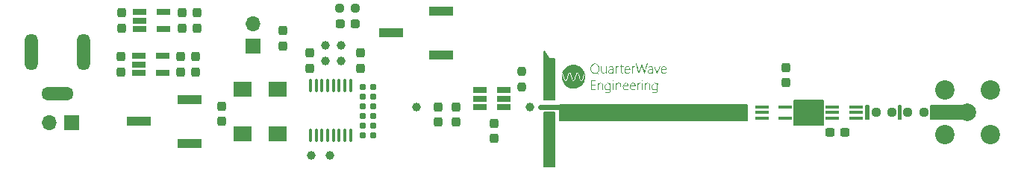
<source format=gts>
%TF.GenerationSoftware,KiCad,Pcbnew,(6.0.2)*%
%TF.CreationDate,2022-05-29T22:25:13-07:00*%
%TF.ProjectId,peregrine,70657265-6772-4696-9e65-2e6b69636164,3*%
%TF.SameCoordinates,Original*%
%TF.FileFunction,Soldermask,Top*%
%TF.FilePolarity,Negative*%
%FSLAX46Y46*%
G04 Gerber Fmt 4.6, Leading zero omitted, Abs format (unit mm)*
G04 Created by KiCad (PCBNEW (6.0.2)) date 2022-05-29 22:25:13*
%MOMM*%
%LPD*%
G01*
G04 APERTURE LIST*
G04 Aperture macros list*
%AMRoundRect*
0 Rectangle with rounded corners*
0 $1 Rounding radius*
0 $2 $3 $4 $5 $6 $7 $8 $9 X,Y pos of 4 corners*
0 Add a 4 corners polygon primitive as box body*
4,1,4,$2,$3,$4,$5,$6,$7,$8,$9,$2,$3,0*
0 Add four circle primitives for the rounded corners*
1,1,$1+$1,$2,$3*
1,1,$1+$1,$4,$5*
1,1,$1+$1,$6,$7*
1,1,$1+$1,$8,$9*
0 Add four rect primitives between the rounded corners*
20,1,$1+$1,$2,$3,$4,$5,0*
20,1,$1+$1,$4,$5,$6,$7,0*
20,1,$1+$1,$6,$7,$8,$9,0*
20,1,$1+$1,$8,$9,$2,$3,0*%
G04 Aperture macros list end*
%ADD10C,0.150000*%
%ADD11C,0.610000*%
%ADD12RoundRect,0.160000X0.197500X0.160000X-0.197500X0.160000X-0.197500X-0.160000X0.197500X-0.160000X0*%
%ADD13R,1.560000X0.650000*%
%ADD14RoundRect,0.237500X-0.237500X0.300000X-0.237500X-0.300000X0.237500X-0.300000X0.237500X0.300000X0*%
%ADD15RoundRect,0.237500X0.237500X-0.250000X0.237500X0.250000X-0.237500X0.250000X-0.237500X-0.250000X0*%
%ADD16RoundRect,0.237500X-0.250000X-0.237500X0.250000X-0.237500X0.250000X0.237500X-0.250000X0.237500X0*%
%ADD17R,2.000000X1.800000*%
%ADD18C,1.000000*%
%ADD19RoundRect,0.100000X0.100000X-0.637500X0.100000X0.637500X-0.100000X0.637500X-0.100000X-0.637500X0*%
%ADD20R,2.700000X1.000000*%
%ADD21RoundRect,0.237500X0.250000X0.237500X-0.250000X0.237500X-0.250000X-0.237500X0.250000X-0.237500X0*%
%ADD22R,1.700000X1.700000*%
%ADD23O,1.700000X1.700000*%
%ADD24RoundRect,0.237500X0.237500X-0.300000X0.237500X0.300000X-0.237500X0.300000X-0.237500X-0.300000X0*%
%ADD25C,2.000000*%
%ADD26C,2.200000*%
%ADD27R,1.500000X0.400000*%
%ADD28RoundRect,0.237500X0.300000X0.237500X-0.300000X0.237500X-0.300000X-0.237500X0.300000X-0.237500X0*%
%ADD29RoundRect,0.237500X0.287500X0.237500X-0.287500X0.237500X-0.287500X-0.237500X0.287500X-0.237500X0*%
%ADD30O,1.500000X4.150000*%
%ADD31O,3.650000X1.500000*%
G04 APERTURE END LIST*
D10*
X194000000Y-107763575D02*
X194300000Y-107763575D01*
X194300000Y-107763575D02*
X194300000Y-109363575D01*
X194300000Y-109363575D02*
X194000000Y-109363575D01*
X194000000Y-109363575D02*
X194000000Y-107763575D01*
G36*
X194000000Y-107763575D02*
G01*
X194300000Y-107763575D01*
X194300000Y-109363575D01*
X194000000Y-109363575D01*
X194000000Y-107763575D01*
G37*
D11*
X155590000Y-107943575D02*
X153400000Y-107943575D01*
D10*
X190300000Y-107763575D02*
X190600000Y-107763575D01*
X190600000Y-107763575D02*
X190600000Y-109363575D01*
X190600000Y-109363575D02*
X190300000Y-109363575D01*
X190300000Y-109363575D02*
X190300000Y-107763575D01*
G36*
X190300000Y-107763575D02*
G01*
X190600000Y-107763575D01*
X190600000Y-109363575D01*
X190300000Y-109363575D01*
X190300000Y-107763575D01*
G37*
X197700000Y-107800000D02*
X201800000Y-107800000D01*
X201800000Y-107800000D02*
X201800000Y-109300000D01*
X201800000Y-109300000D02*
X197700000Y-109300000D01*
X197700000Y-109300000D02*
X197700000Y-107800000D01*
G36*
X197700000Y-107800000D02*
G01*
X201800000Y-107800000D01*
X201800000Y-109300000D01*
X197700000Y-109300000D01*
X197700000Y-107800000D01*
G37*
X154400000Y-102473575D02*
X155020000Y-102473575D01*
X155020000Y-102473575D02*
X155020000Y-107143575D01*
X155020000Y-107143575D02*
X153770000Y-107143575D01*
X153770000Y-107143575D02*
X153770000Y-101633575D01*
X153770000Y-101633575D02*
X154400000Y-102473575D01*
G36*
X154400000Y-102473575D02*
G01*
X155020000Y-102473575D01*
X155020000Y-107143575D01*
X153770000Y-107143575D01*
X153770000Y-101633575D01*
X154400000Y-102473575D01*
G37*
X154400000Y-102473575D02*
X155020000Y-102473575D01*
X155020000Y-107143575D01*
X153770000Y-107143575D01*
X153770000Y-101633575D01*
X154400000Y-102473575D01*
X185500000Y-110013575D02*
X182200000Y-110013575D01*
X182200000Y-110013575D02*
X182200000Y-107213575D01*
X182200000Y-107213575D02*
X185500000Y-107213575D01*
X185500000Y-107213575D02*
X185500000Y-110013575D01*
G36*
X185500000Y-110013575D02*
G01*
X182200000Y-110013575D01*
X182200000Y-107213575D01*
X185500000Y-107213575D01*
X185500000Y-110013575D01*
G37*
X182700000Y-107213575D02*
X182700000Y-107213575D01*
X182700000Y-107213575D02*
X182700000Y-107213575D01*
X182700000Y-107213575D02*
X182700000Y-107213575D01*
X182700000Y-107213575D02*
X182700000Y-107213575D01*
X155030000Y-114713575D02*
X153770000Y-114713575D01*
X153770000Y-114713575D02*
X153770000Y-108583575D01*
X153770000Y-108583575D02*
X155030000Y-108583575D01*
X155030000Y-108583575D02*
X155030000Y-114713575D01*
G36*
X155030000Y-114713575D02*
G01*
X153770000Y-114713575D01*
X153770000Y-108583575D01*
X155030000Y-108583575D01*
X155030000Y-114713575D01*
G37*
X155030000Y-114713575D02*
X153770000Y-114713575D01*
X153770000Y-108583575D01*
X155030000Y-108583575D01*
X155030000Y-114713575D01*
X155600000Y-107713575D02*
X176800000Y-107713575D01*
X176800000Y-107713575D02*
X176800000Y-109513575D01*
X176800000Y-109513575D02*
X155600000Y-109513575D01*
X155600000Y-109513575D02*
X155600000Y-107713575D01*
G36*
X155600000Y-107713575D02*
G01*
X176800000Y-107713575D01*
X176800000Y-109513575D01*
X155600000Y-109513575D01*
X155600000Y-107713575D01*
G37*
%TO.C,G\u002A\u002A\u002A*%
G36*
X166969099Y-103331886D02*
G01*
X166978300Y-103340549D01*
X166972028Y-103360057D01*
X166954422Y-103407426D01*
X166927299Y-103477964D01*
X166892472Y-103566981D01*
X166851759Y-103669785D01*
X166823754Y-103739892D01*
X166772642Y-103866204D01*
X166732109Y-103963155D01*
X166700440Y-104034268D01*
X166675917Y-104083067D01*
X166656826Y-104113075D01*
X166641451Y-104127815D01*
X166633390Y-104130783D01*
X166620777Y-104129243D01*
X166607367Y-104118400D01*
X166591367Y-104094558D01*
X166570983Y-104054018D01*
X166544419Y-103993086D01*
X166509883Y-103908062D01*
X166465579Y-103795251D01*
X166445641Y-103743890D01*
X166403135Y-103633681D01*
X166365216Y-103534407D01*
X166333634Y-103450731D01*
X166310140Y-103387315D01*
X166296484Y-103348821D01*
X166293711Y-103339295D01*
X166308675Y-103329709D01*
X166334860Y-103326844D01*
X166349481Y-103329337D01*
X166363556Y-103339532D01*
X166379077Y-103361504D01*
X166398033Y-103399327D01*
X166422417Y-103457077D01*
X166454219Y-103538827D01*
X166495429Y-103648652D01*
X166506008Y-103677126D01*
X166544443Y-103779041D01*
X166578925Y-103867335D01*
X166607627Y-103937591D01*
X166628726Y-103985393D01*
X166640395Y-104006322D01*
X166641994Y-104006255D01*
X166649808Y-103983979D01*
X166668100Y-103934217D01*
X166694879Y-103862305D01*
X166728160Y-103773578D01*
X166765953Y-103673371D01*
X166772534Y-103655973D01*
X166815491Y-103543353D01*
X166848560Y-103459558D01*
X166873836Y-103400414D01*
X166893415Y-103361746D01*
X166909389Y-103339379D01*
X166923855Y-103329141D01*
X166937692Y-103326844D01*
X166969099Y-103331886D01*
G37*
G36*
X160351215Y-105232743D02*
G01*
X160396259Y-105258123D01*
X160431432Y-105288653D01*
X160458038Y-105326828D01*
X160477170Y-105377586D01*
X160489919Y-105445867D01*
X160497378Y-105536608D01*
X160500637Y-105654749D01*
X160501036Y-105732037D01*
X160500852Y-105840688D01*
X160499914Y-105919138D01*
X160497643Y-105972293D01*
X160493463Y-106005059D01*
X160486796Y-106022341D01*
X160477063Y-106029046D01*
X160465929Y-106030092D01*
X160452264Y-106028325D01*
X160442695Y-106019495D01*
X160436495Y-105998311D01*
X160432936Y-105959478D01*
X160431293Y-105897705D01*
X160430836Y-105807699D01*
X160430822Y-105774562D01*
X160428234Y-105626629D01*
X160419523Y-105510178D01*
X160403266Y-105421898D01*
X160378041Y-105358481D01*
X160342426Y-105316615D01*
X160294998Y-105292993D01*
X160234336Y-105284303D01*
X160220052Y-105284066D01*
X160132751Y-105297635D01*
X160061781Y-105340110D01*
X160002789Y-105414140D01*
X160000760Y-105417552D01*
X159987027Y-105445079D01*
X159977025Y-105478015D01*
X159969988Y-105522650D01*
X159965147Y-105585272D01*
X159961733Y-105672169D01*
X159959722Y-105753623D01*
X159957224Y-105857865D01*
X159954436Y-105932069D01*
X159950635Y-105981299D01*
X159945096Y-106010623D01*
X159937097Y-106025105D01*
X159925913Y-106029812D01*
X159920227Y-106030092D01*
X159909492Y-106028537D01*
X159901327Y-106021063D01*
X159895379Y-106003460D01*
X159891300Y-105971514D01*
X159888739Y-105921015D01*
X159887346Y-105847750D01*
X159886770Y-105747507D01*
X159886662Y-105626360D01*
X159886770Y-105497335D01*
X159887339Y-105399196D01*
X159888736Y-105327723D01*
X159891328Y-105278695D01*
X159895482Y-105247893D01*
X159901565Y-105231095D01*
X159909943Y-105224081D01*
X159920985Y-105222630D01*
X159921769Y-105222628D01*
X159944660Y-105228459D01*
X159954831Y-105252075D01*
X159956876Y-105293453D01*
X159956876Y-105364278D01*
X160011140Y-105302475D01*
X160082326Y-105246306D01*
X160169321Y-105215203D01*
X160262245Y-105210302D01*
X160351215Y-105232743D01*
G37*
G36*
X167095916Y-103542655D02*
G01*
X167138349Y-103469076D01*
X167176817Y-103424445D01*
X167264682Y-103353618D01*
X167358110Y-103317014D01*
X167455663Y-103314920D01*
X167555907Y-103347620D01*
X167558236Y-103348786D01*
X167632315Y-103405430D01*
X167687085Y-103489570D01*
X167720893Y-103598357D01*
X167727261Y-103639960D01*
X167737993Y-103730576D01*
X167149369Y-103730576D01*
X167157928Y-103819651D01*
X167182115Y-103916850D01*
X167230878Y-103992600D01*
X167299410Y-104044671D01*
X167382908Y-104070833D01*
X167476566Y-104068854D01*
X167575580Y-104036506D01*
X167598929Y-104024355D01*
X167682655Y-103977560D01*
X167677160Y-104025215D01*
X167655940Y-104067050D01*
X167607794Y-104102001D01*
X167540568Y-104128037D01*
X167462106Y-104143125D01*
X167380253Y-104145235D01*
X167302853Y-104132333D01*
X167285487Y-104126659D01*
X167198049Y-104076910D01*
X167131563Y-104000567D01*
X167087501Y-103900244D01*
X167067335Y-103778555D01*
X167066165Y-103737316D01*
X167071048Y-103660361D01*
X167150029Y-103660361D01*
X167397682Y-103660361D01*
X167495249Y-103660168D01*
X167563101Y-103659032D01*
X167606633Y-103656118D01*
X167631237Y-103650590D01*
X167642307Y-103641615D01*
X167645235Y-103628357D01*
X167645335Y-103622020D01*
X167637822Y-103583093D01*
X167618926Y-103530490D01*
X167609452Y-103509553D01*
X167560012Y-103439866D01*
X167496946Y-103398160D01*
X167425980Y-103383124D01*
X167352839Y-103393447D01*
X167283248Y-103427816D01*
X167222930Y-103484920D01*
X167177612Y-103563447D01*
X167161929Y-103612089D01*
X167150029Y-103660361D01*
X167071048Y-103660361D01*
X167073059Y-103628662D01*
X167095916Y-103542655D01*
G37*
G36*
X162618576Y-103114784D02*
G01*
X162623737Y-103140549D01*
X162624991Y-103192534D01*
X162625017Y-103213311D01*
X162625017Y-103326844D01*
X162730338Y-103326844D01*
X162789162Y-103328125D01*
X162820948Y-103333752D01*
X162833723Y-103346401D01*
X162835660Y-103361951D01*
X162831817Y-103381559D01*
X162814935Y-103392154D01*
X162776987Y-103396413D01*
X162730338Y-103397058D01*
X162625017Y-103397058D01*
X162625017Y-103704245D01*
X162625292Y-103815876D01*
X162626487Y-103897821D01*
X162629158Y-103955500D01*
X162633862Y-103994335D01*
X162641153Y-104019744D01*
X162651588Y-104037148D01*
X162660124Y-104046540D01*
X162698251Y-104074819D01*
X162739839Y-104079233D01*
X162790633Y-104064528D01*
X162823154Y-104055678D01*
X162834644Y-104067100D01*
X162835660Y-104082516D01*
X162820337Y-104117799D01*
X162780075Y-104140343D01*
X162723428Y-104147919D01*
X162658954Y-104138298D01*
X162642361Y-104132852D01*
X162610760Y-104118505D01*
X162586805Y-104098676D01*
X162569328Y-104068621D01*
X162557164Y-104023596D01*
X162549147Y-103958856D01*
X162544110Y-103869656D01*
X162540887Y-103751253D01*
X162540243Y-103717411D01*
X162534461Y-103397058D01*
X162465641Y-103397058D01*
X162420263Y-103393985D01*
X162400458Y-103381626D01*
X162396821Y-103361951D01*
X162402793Y-103338870D01*
X162426859Y-103328749D01*
X162466159Y-103326844D01*
X162535497Y-103326844D01*
X162540762Y-103227843D01*
X162545940Y-103169269D01*
X162556085Y-103136146D01*
X162574994Y-103118839D01*
X162585521Y-103114311D01*
X162606755Y-103108338D01*
X162618576Y-103114784D01*
G37*
G36*
X165543580Y-103014516D02*
G01*
X165550971Y-103031059D01*
X165546010Y-103050375D01*
X165537972Y-103076670D01*
X165521368Y-103132158D01*
X165497528Y-103212348D01*
X165467784Y-103312751D01*
X165433468Y-103428877D01*
X165395910Y-103556236D01*
X165380754Y-103607701D01*
X165337097Y-103755217D01*
X165301759Y-103872384D01*
X165273499Y-103962635D01*
X165251078Y-104029401D01*
X165233255Y-104076114D01*
X165218790Y-104106206D01*
X165206442Y-104123110D01*
X165194971Y-104130257D01*
X165191644Y-104130993D01*
X165163311Y-104126605D01*
X165144732Y-104097699D01*
X165138525Y-104078332D01*
X165110317Y-103979982D01*
X165078665Y-103871842D01*
X165045147Y-103759073D01*
X165011343Y-103646833D01*
X164978831Y-103540281D01*
X164949191Y-103444577D01*
X164924000Y-103364879D01*
X164904839Y-103306347D01*
X164893285Y-103274140D01*
X164891055Y-103269676D01*
X164882733Y-103282081D01*
X164865625Y-103323836D01*
X164841222Y-103390724D01*
X164811014Y-103478525D01*
X164776492Y-103583021D01*
X164740608Y-103695350D01*
X164697172Y-103832192D01*
X164662313Y-103938711D01*
X164634733Y-104018274D01*
X164613135Y-104074248D01*
X164596223Y-104110000D01*
X164582699Y-104128897D01*
X164571493Y-104134308D01*
X164540892Y-104127817D01*
X164532611Y-104121142D01*
X164525901Y-104101823D01*
X164510711Y-104053828D01*
X164488542Y-103982141D01*
X164460893Y-103891745D01*
X164429263Y-103787625D01*
X164395153Y-103674763D01*
X164360060Y-103558144D01*
X164325486Y-103442750D01*
X164292929Y-103333567D01*
X164263889Y-103235576D01*
X164239865Y-103153762D01*
X164222357Y-103093108D01*
X164212865Y-103058598D01*
X164212657Y-103057769D01*
X164207001Y-103023064D01*
X164220122Y-103012106D01*
X164249192Y-103013885D01*
X164263734Y-103016434D01*
X164276370Y-103022789D01*
X164288534Y-103036674D01*
X164301658Y-103061812D01*
X164317177Y-103101925D01*
X164336522Y-103160739D01*
X164361129Y-103241975D01*
X164392429Y-103349358D01*
X164431856Y-103486610D01*
X164433860Y-103493603D01*
X164469167Y-103614662D01*
X164501801Y-103722474D01*
X164530466Y-103813074D01*
X164553863Y-103882497D01*
X164570694Y-103926776D01*
X164579661Y-103941945D01*
X164580365Y-103941218D01*
X164588234Y-103917935D01*
X164604940Y-103865789D01*
X164629008Y-103789480D01*
X164658964Y-103693702D01*
X164693332Y-103583154D01*
X164729176Y-103467272D01*
X164774413Y-103323428D01*
X164813556Y-103204631D01*
X164845888Y-103112878D01*
X164870693Y-103050167D01*
X164887253Y-103018496D01*
X164891526Y-103014940D01*
X164902302Y-103023963D01*
X164917772Y-103055872D01*
X164938678Y-103112863D01*
X164965761Y-103197134D01*
X164999764Y-103310881D01*
X165041428Y-103456299D01*
X165045668Y-103471333D01*
X165080242Y-103593089D01*
X165112183Y-103703748D01*
X165140148Y-103798807D01*
X165162797Y-103873764D01*
X165178788Y-103924117D01*
X165186781Y-103945362D01*
X165186939Y-103945572D01*
X165194330Y-103932826D01*
X165209567Y-103890315D01*
X165231374Y-103822173D01*
X165258476Y-103732535D01*
X165289596Y-103625537D01*
X165323459Y-103505313D01*
X165329107Y-103484903D01*
X165459917Y-103011104D01*
X165509372Y-103010992D01*
X165543580Y-103014516D01*
G37*
G36*
X160360608Y-103607346D02*
G01*
X160361547Y-103726047D01*
X160364667Y-103815420D01*
X160370422Y-103881202D01*
X160379268Y-103929131D01*
X160388303Y-103957064D01*
X160429787Y-104021572D01*
X160487758Y-104060730D01*
X160555561Y-104075591D01*
X160626542Y-104067204D01*
X160694047Y-104036622D01*
X160751422Y-103984895D01*
X160792011Y-103913076D01*
X160798724Y-103892221D01*
X160805357Y-103850870D01*
X160810911Y-103782995D01*
X160814892Y-103697172D01*
X160816805Y-103601979D01*
X160816903Y-103576982D01*
X160817194Y-103478735D01*
X160818479Y-103410245D01*
X160821511Y-103366165D01*
X160827042Y-103341146D01*
X160835826Y-103329841D01*
X160848615Y-103326900D01*
X160852108Y-103326844D01*
X160863327Y-103328087D01*
X160871861Y-103334632D01*
X160878076Y-103350697D01*
X160882339Y-103380504D01*
X160885018Y-103428273D01*
X160886478Y-103498226D01*
X160887088Y-103594581D01*
X160887214Y-103721560D01*
X160887215Y-103730576D01*
X160887107Y-103859601D01*
X160886537Y-103957740D01*
X160885140Y-104029213D01*
X160882549Y-104078241D01*
X160878395Y-104109043D01*
X160872312Y-104125841D01*
X160863933Y-104132855D01*
X160852892Y-104134305D01*
X160852108Y-104134308D01*
X160828529Y-104127948D01*
X160818552Y-104102674D01*
X160817000Y-104068661D01*
X160817000Y-104003015D01*
X160770601Y-104053054D01*
X160690916Y-104115737D01*
X160599042Y-104145642D01*
X160496035Y-104142504D01*
X160454219Y-104132600D01*
X160387491Y-104095824D01*
X160333518Y-104031001D01*
X160297058Y-103944268D01*
X160291958Y-103923313D01*
X160284927Y-103872655D01*
X160279060Y-103796331D01*
X160274883Y-103703778D01*
X160272922Y-103604433D01*
X160272840Y-103580506D01*
X160272840Y-103326844D01*
X160360608Y-103326844D01*
X160360608Y-103607346D01*
G37*
G36*
X164107993Y-103316775D02*
G01*
X164141413Y-103336736D01*
X164152177Y-103369537D01*
X164149097Y-103397625D01*
X164132975Y-103402667D01*
X164101838Y-103392561D01*
X164042901Y-103387844D01*
X163982852Y-103413591D01*
X163928194Y-103465995D01*
X163899362Y-103511156D01*
X163884969Y-103542612D01*
X163874538Y-103577889D01*
X163867263Y-103623557D01*
X163862343Y-103686188D01*
X163858971Y-103772350D01*
X163856947Y-103857839D01*
X163851350Y-104134308D01*
X163765998Y-104134308D01*
X163765998Y-103326844D01*
X163809882Y-103326844D01*
X163839328Y-103331301D01*
X163851554Y-103351513D01*
X163853766Y-103389628D01*
X163853766Y-103452412D01*
X163898224Y-103399577D01*
X163946841Y-103356282D01*
X164003088Y-103327449D01*
X164059345Y-103313980D01*
X164107993Y-103316775D01*
G37*
G36*
X164738569Y-105216769D02*
G01*
X164763201Y-105246880D01*
X164766551Y-105269008D01*
X164762828Y-105298650D01*
X164745308Y-105299584D01*
X164730415Y-105292291D01*
X164673064Y-105279577D01*
X164613316Y-105296529D01*
X164556759Y-105338628D01*
X164508983Y-105401353D01*
X164475578Y-105480184D01*
X164469892Y-105502965D01*
X164462234Y-105556710D01*
X164456013Y-105634697D01*
X164451910Y-105726072D01*
X164450587Y-105811536D01*
X164450265Y-105902387D01*
X164448687Y-105963846D01*
X164444935Y-106001628D01*
X164438091Y-106021446D01*
X164427238Y-106029015D01*
X164415480Y-106030092D01*
X164404260Y-106028848D01*
X164395727Y-106022304D01*
X164389512Y-106006239D01*
X164385248Y-105976432D01*
X164382570Y-105928662D01*
X164381109Y-105858710D01*
X164380499Y-105762355D01*
X164380373Y-105635376D01*
X164380373Y-105626360D01*
X164380481Y-105497335D01*
X164381050Y-105399196D01*
X164382447Y-105327723D01*
X164385039Y-105278695D01*
X164389193Y-105247893D01*
X164395276Y-105231095D01*
X164403654Y-105224081D01*
X164414696Y-105222630D01*
X164415480Y-105222628D01*
X164437926Y-105228149D01*
X164448239Y-105250760D01*
X164450703Y-105297231D01*
X164450818Y-105371833D01*
X164485475Y-105319173D01*
X164529963Y-105269150D01*
X164584554Y-105232643D01*
X164642209Y-105210906D01*
X164695893Y-105205196D01*
X164738569Y-105216769D01*
G37*
G36*
X161669484Y-104915947D02*
G01*
X161699429Y-104942102D01*
X161706320Y-104983348D01*
X161704076Y-104992475D01*
X161679750Y-105020046D01*
X161640599Y-105031023D01*
X161604619Y-105020973D01*
X161601059Y-105017837D01*
X161587900Y-104983622D01*
X161596352Y-104943858D01*
X161621985Y-104916541D01*
X161626421Y-104914820D01*
X161669484Y-104915947D01*
G37*
G36*
X159640912Y-104994432D02*
G01*
X159202073Y-104994432D01*
X159202073Y-105433271D01*
X159403939Y-105433271D01*
X159490673Y-105433643D01*
X159548241Y-105435449D01*
X159582583Y-105439721D01*
X159599640Y-105447492D01*
X159605349Y-105459795D01*
X159605805Y-105468378D01*
X159603664Y-105483462D01*
X159593282Y-105493474D01*
X159568718Y-105499447D01*
X159524035Y-105502413D01*
X159453291Y-105503406D01*
X159403939Y-105503485D01*
X159202073Y-105503485D01*
X159202073Y-105942324D01*
X159658465Y-105942324D01*
X159658465Y-106030092D01*
X159114305Y-106030092D01*
X159114305Y-104906664D01*
X159640912Y-104906664D01*
X159640912Y-104994432D01*
G37*
G36*
X164958704Y-104915144D02*
G01*
X164988636Y-104938385D01*
X164994777Y-104972798D01*
X164979309Y-105005941D01*
X164944418Y-105025372D01*
X164939205Y-105026171D01*
X164900327Y-105022307D01*
X164880695Y-104994557D01*
X164880352Y-104993495D01*
X164881045Y-104949551D01*
X164907070Y-104919464D01*
X164948923Y-104912739D01*
X164958704Y-104915144D01*
G37*
G36*
X162247316Y-103316775D02*
G01*
X162280736Y-103336736D01*
X162291499Y-103369537D01*
X162288420Y-103397625D01*
X162272298Y-103402667D01*
X162241161Y-103392561D01*
X162182223Y-103387844D01*
X162122175Y-103413591D01*
X162067517Y-103465995D01*
X162038685Y-103511156D01*
X162024292Y-103542612D01*
X162013860Y-103577889D01*
X162006586Y-103623557D01*
X162001665Y-103686188D01*
X161998294Y-103772350D01*
X161996269Y-103857839D01*
X161990673Y-104134308D01*
X161905321Y-104134308D01*
X161905321Y-103326844D01*
X161949205Y-103326844D01*
X161978650Y-103331301D01*
X161990877Y-103351513D01*
X161993089Y-103389628D01*
X161993089Y-103452412D01*
X162037547Y-103399577D01*
X162086164Y-103356282D01*
X162142410Y-103327449D01*
X162198668Y-103313980D01*
X162247316Y-103316775D01*
G37*
G36*
X162785811Y-105403048D02*
G01*
X162849932Y-105313723D01*
X162853255Y-105310355D01*
X162938138Y-105246344D01*
X163028638Y-105213489D01*
X163119530Y-105209555D01*
X163205589Y-105232306D01*
X163281589Y-105279506D01*
X163342307Y-105348920D01*
X163382516Y-105438314D01*
X163396988Y-105542981D01*
X163397374Y-105626360D01*
X162813619Y-105626360D01*
X162825391Y-105700963D01*
X162853157Y-105804268D01*
X162901033Y-105881273D01*
X162971667Y-105936135D01*
X162977105Y-105939031D01*
X163055375Y-105967555D01*
X163134807Y-105969187D01*
X163223166Y-105943387D01*
X163276635Y-105918218D01*
X163362266Y-105873791D01*
X163362266Y-105917821D01*
X163355506Y-105948364D01*
X163330004Y-105972887D01*
X163281958Y-105997376D01*
X163193574Y-106025769D01*
X163097689Y-106039411D01*
X163008602Y-106036986D01*
X162962780Y-106026746D01*
X162918207Y-106002615D01*
X162866488Y-105961970D01*
X162837522Y-105933535D01*
X162776858Y-105843208D01*
X162741558Y-105736910D01*
X162731420Y-105622727D01*
X162740076Y-105556146D01*
X162820557Y-105556146D01*
X163326282Y-105556146D01*
X163315437Y-105499097D01*
X163283941Y-105403106D01*
X163232855Y-105333579D01*
X163165373Y-105292540D01*
X163084691Y-105282013D01*
X163002357Y-105300710D01*
X162924523Y-105348714D01*
X162866481Y-105425340D01*
X162835838Y-105502862D01*
X162820557Y-105556146D01*
X162740076Y-105556146D01*
X162746239Y-105508745D01*
X162785811Y-105403048D01*
G37*
G36*
X159078253Y-103422895D02*
G01*
X159103207Y-103323059D01*
X159113495Y-103296528D01*
X159164983Y-103210057D01*
X159238197Y-103127809D01*
X159321844Y-103061213D01*
X159374280Y-103032669D01*
X159450057Y-103011833D01*
X159545172Y-103002784D01*
X159645964Y-103005322D01*
X159738774Y-103019246D01*
X159799091Y-103038904D01*
X159905629Y-103107067D01*
X159992412Y-103203468D01*
X160042692Y-103291630D01*
X160064278Y-103343078D01*
X160077693Y-103391564D01*
X160084774Y-103448227D01*
X160087355Y-103524207D01*
X160087539Y-103563817D01*
X160086381Y-103649975D01*
X160081584Y-103712523D01*
X160071161Y-103762919D01*
X160053126Y-103812621D01*
X160038844Y-103844674D01*
X160002353Y-103912283D01*
X159958933Y-103976973D01*
X159928820Y-104013001D01*
X159867491Y-104076007D01*
X159991174Y-104170036D01*
X160046174Y-104212408D01*
X160088602Y-104246162D01*
X160112126Y-104266209D01*
X160114858Y-104269401D01*
X160099294Y-104272784D01*
X160060548Y-104274624D01*
X160046660Y-104274736D01*
X160001592Y-104269704D01*
X159957953Y-104251128D01*
X159904841Y-104213787D01*
X159883647Y-104196678D01*
X159788831Y-104118620D01*
X159672942Y-104138471D01*
X159535962Y-104146281D01*
X159409127Y-104123153D01*
X159296328Y-104071585D01*
X159201457Y-103994073D01*
X159128407Y-103893113D01*
X159081070Y-103771203D01*
X159077589Y-103756573D01*
X159064349Y-103653691D01*
X159064824Y-103559777D01*
X159151796Y-103559777D01*
X159152983Y-103624435D01*
X159174076Y-103756453D01*
X159219687Y-103869128D01*
X159287732Y-103959215D01*
X159376132Y-104023469D01*
X159421492Y-104042914D01*
X159493422Y-104057809D01*
X159581985Y-104061846D01*
X159670384Y-104054890D01*
X159716757Y-104045274D01*
X159810073Y-104001851D01*
X159887398Y-103930120D01*
X159946241Y-103834178D01*
X159984113Y-103718124D01*
X159998524Y-103586056D01*
X159998572Y-103581370D01*
X159993317Y-103459206D01*
X159974025Y-103362100D01*
X159938289Y-103281989D01*
X159890106Y-103217784D01*
X159802906Y-103141788D01*
X159704342Y-103097240D01*
X159588552Y-103081560D01*
X159580628Y-103081480D01*
X159460958Y-103096571D01*
X159357798Y-103141028D01*
X159273224Y-103212214D01*
X159209315Y-103307493D01*
X159168146Y-103424226D01*
X159151796Y-103559777D01*
X159064824Y-103559777D01*
X159064935Y-103537786D01*
X159078253Y-103422895D01*
G37*
G36*
X157360168Y-103185163D02*
G01*
X157568539Y-103233108D01*
X157762271Y-103311254D01*
X157938992Y-103418164D01*
X158096330Y-103552396D01*
X158231911Y-103712510D01*
X158343364Y-103897066D01*
X158345205Y-103900744D01*
X158416932Y-104044581D01*
X158370999Y-104099169D01*
X158340596Y-104149255D01*
X158305352Y-104232348D01*
X158265852Y-104346769D01*
X158222683Y-104490840D01*
X158182491Y-104639402D01*
X158146365Y-104755713D01*
X158107992Y-104837049D01*
X158068168Y-104883410D01*
X158027687Y-104894796D01*
X157987344Y-104871207D01*
X157947936Y-104812642D01*
X157910257Y-104719103D01*
X157887032Y-104639402D01*
X157844125Y-104479664D01*
X157806221Y-104351175D01*
X157772104Y-104250632D01*
X157740558Y-104174730D01*
X157710369Y-104120168D01*
X157683699Y-104086922D01*
X157629544Y-104043508D01*
X157581080Y-104031964D01*
X157530660Y-104051686D01*
X157502859Y-104072635D01*
X157470852Y-104106511D01*
X157440794Y-104154520D01*
X157410943Y-104220953D01*
X157379558Y-104310103D01*
X157344897Y-104426263D01*
X157315599Y-104534085D01*
X157283432Y-104651731D01*
X157256368Y-104740012D01*
X157232424Y-104803947D01*
X157209622Y-104848558D01*
X157185981Y-104878865D01*
X157176018Y-104887964D01*
X157137302Y-104902497D01*
X157098551Y-104882846D01*
X157060438Y-104829928D01*
X157023636Y-104744660D01*
X156990966Y-104636308D01*
X156948028Y-104476495D01*
X156910011Y-104347990D01*
X156875712Y-104247530D01*
X156843929Y-104171854D01*
X156813459Y-104117699D01*
X156788468Y-104086922D01*
X156734312Y-104043508D01*
X156685849Y-104031964D01*
X156635429Y-104051686D01*
X156607627Y-104072635D01*
X156575660Y-104106456D01*
X156545642Y-104154367D01*
X156515831Y-104220660D01*
X156484487Y-104309627D01*
X156449868Y-104425560D01*
X156420210Y-104534676D01*
X156391120Y-104642587D01*
X156367797Y-104722397D01*
X156347959Y-104780179D01*
X156329324Y-104822004D01*
X156309611Y-104853945D01*
X156291983Y-104875945D01*
X156255190Y-104903497D01*
X156219272Y-104896814D01*
X156195028Y-104875303D01*
X156164078Y-104830154D01*
X156134175Y-104762554D01*
X156103591Y-104668024D01*
X156078098Y-104572508D01*
X156037221Y-104420411D01*
X155997036Y-104292383D01*
X155958646Y-104191489D01*
X155923160Y-104120796D01*
X155906753Y-104097615D01*
X155862128Y-104044581D01*
X155933855Y-103900744D01*
X156044834Y-103715744D01*
X156179985Y-103555159D01*
X156336937Y-103420429D01*
X156513318Y-103312995D01*
X156706753Y-103234297D01*
X156914873Y-103185774D01*
X157135303Y-103168868D01*
X157139530Y-103168862D01*
X157360168Y-103185163D01*
G37*
G36*
X160695232Y-105502055D02*
G01*
X160711257Y-105453533D01*
X160738163Y-105400056D01*
X160805249Y-105307136D01*
X160887989Y-105245207D01*
X160988042Y-105213064D01*
X160997505Y-105211652D01*
X161076849Y-105211530D01*
X161156258Y-105229246D01*
X161223821Y-105260939D01*
X161264646Y-105298211D01*
X161282648Y-105321659D01*
X161289708Y-105317633D01*
X161290946Y-105282430D01*
X161290946Y-105279195D01*
X161294853Y-105239863D01*
X161312271Y-105224641D01*
X161336358Y-105222628D01*
X161381770Y-105222628D01*
X161375854Y-105674632D01*
X161373909Y-105812988D01*
X161371856Y-105921018D01*
X161369274Y-106003502D01*
X161365743Y-106065221D01*
X161360842Y-106110955D01*
X161354151Y-106145484D01*
X161345250Y-106173588D01*
X161333718Y-106200047D01*
X161328756Y-106210264D01*
X161271116Y-106292744D01*
X161191114Y-106349840D01*
X161087028Y-106382574D01*
X161025300Y-106390133D01*
X160964461Y-106393379D01*
X160917286Y-106393835D01*
X160895991Y-106391794D01*
X160869397Y-106383115D01*
X160823477Y-106368889D01*
X160803835Y-106362931D01*
X160755800Y-106344796D01*
X160733856Y-106323923D01*
X160729233Y-106297900D01*
X160736261Y-106267055D01*
X160751175Y-106264555D01*
X160880530Y-106306550D01*
X160996357Y-106319906D01*
X161096313Y-106305767D01*
X161178054Y-106265277D01*
X161239238Y-106199580D01*
X161277522Y-106109820D01*
X161290561Y-106001107D01*
X161290946Y-105910685D01*
X161236695Y-105961364D01*
X161157042Y-106013225D01*
X161061020Y-106040103D01*
X160964351Y-106039508D01*
X160864926Y-106008889D01*
X160786480Y-105950779D01*
X160729912Y-105866483D01*
X160696122Y-105757307D01*
X160685927Y-105635137D01*
X160687291Y-105579284D01*
X160765238Y-105579284D01*
X160765968Y-105680918D01*
X160784854Y-105777888D01*
X160820313Y-105859017D01*
X160841374Y-105887513D01*
X160909589Y-105940886D01*
X160990471Y-105968009D01*
X161074465Y-105967669D01*
X161152019Y-105938651D01*
X161166552Y-105928831D01*
X161223925Y-105878203D01*
X161261375Y-105822023D01*
X161282403Y-105751682D01*
X161290510Y-105658571D01*
X161290946Y-105622892D01*
X161287265Y-105521389D01*
X161274465Y-105446506D01*
X161249908Y-105390362D01*
X161210959Y-105345074D01*
X161192972Y-105329961D01*
X161117829Y-105290988D01*
X161036303Y-105282062D01*
X160955101Y-105300652D01*
X160880928Y-105344228D01*
X160820489Y-105410260D01*
X160784247Y-105484163D01*
X160765238Y-105579284D01*
X160687291Y-105579284D01*
X160687811Y-105557988D01*
X160695232Y-105502055D01*
G37*
G36*
X164953306Y-105223872D02*
G01*
X164961840Y-105230416D01*
X164968055Y-105246481D01*
X164972319Y-105276289D01*
X164974997Y-105324058D01*
X164976458Y-105394010D01*
X164977068Y-105490365D01*
X164977194Y-105617344D01*
X164977194Y-105626360D01*
X164977086Y-105755386D01*
X164976517Y-105853525D01*
X164975120Y-105924998D01*
X164972528Y-105974025D01*
X164968374Y-106004827D01*
X164962291Y-106021625D01*
X164953912Y-106028639D01*
X164942871Y-106030090D01*
X164942087Y-106030092D01*
X164930867Y-106028848D01*
X164922333Y-106022304D01*
X164916118Y-106006239D01*
X164911855Y-105976432D01*
X164909177Y-105928662D01*
X164907716Y-105858710D01*
X164907106Y-105762355D01*
X164906980Y-105635376D01*
X164906980Y-105626360D01*
X164907088Y-105497335D01*
X164907657Y-105399196D01*
X164909054Y-105327723D01*
X164911646Y-105278695D01*
X164915800Y-105247893D01*
X164921882Y-105231095D01*
X164930261Y-105224081D01*
X164941303Y-105222630D01*
X164942087Y-105222628D01*
X164953306Y-105223872D01*
G37*
G36*
X162953276Y-103542655D02*
G01*
X162995709Y-103469076D01*
X163034177Y-103424445D01*
X163122042Y-103353618D01*
X163215470Y-103317014D01*
X163313024Y-103314920D01*
X163413267Y-103347620D01*
X163415596Y-103348786D01*
X163489675Y-103405430D01*
X163544446Y-103489570D01*
X163578253Y-103598357D01*
X163584621Y-103639960D01*
X163595353Y-103730576D01*
X163006729Y-103730576D01*
X163015288Y-103819651D01*
X163039475Y-103916850D01*
X163088238Y-103992600D01*
X163156770Y-104044671D01*
X163240268Y-104070833D01*
X163333926Y-104068854D01*
X163432940Y-104036506D01*
X163456289Y-104024355D01*
X163540015Y-103977560D01*
X163534520Y-104025215D01*
X163513300Y-104067050D01*
X163465154Y-104102001D01*
X163397928Y-104128037D01*
X163319466Y-104143125D01*
X163237613Y-104145235D01*
X163160213Y-104132333D01*
X163142847Y-104126659D01*
X163055409Y-104076910D01*
X162988923Y-104000567D01*
X162944861Y-103900244D01*
X162924695Y-103778555D01*
X162923525Y-103737316D01*
X162928408Y-103660361D01*
X163007389Y-103660361D01*
X163255042Y-103660361D01*
X163352609Y-103660168D01*
X163420461Y-103659032D01*
X163463993Y-103656118D01*
X163488597Y-103650590D01*
X163499667Y-103641615D01*
X163502595Y-103628357D01*
X163502695Y-103622020D01*
X163495182Y-103583093D01*
X163476286Y-103530490D01*
X163466812Y-103509553D01*
X163417372Y-103439866D01*
X163354306Y-103398160D01*
X163283341Y-103383124D01*
X163210199Y-103393447D01*
X163140608Y-103427816D01*
X163080290Y-103484920D01*
X163034972Y-103563447D01*
X163019289Y-103612089D01*
X163007389Y-103660361D01*
X162928408Y-103660361D01*
X162930419Y-103628662D01*
X162953276Y-103542655D01*
G37*
G36*
X165689202Y-105230786D02*
G01*
X165731585Y-105254724D01*
X165769611Y-105286260D01*
X165798347Y-105320187D01*
X165819206Y-105361940D01*
X165833601Y-105416953D01*
X165842946Y-105490663D01*
X165848653Y-105588502D01*
X165852137Y-105715907D01*
X165852188Y-105718516D01*
X165858282Y-106030092D01*
X165767104Y-106030092D01*
X165767104Y-105738723D01*
X165765800Y-105608193D01*
X165761052Y-105507971D01*
X165751604Y-105433327D01*
X165736201Y-105379529D01*
X165713588Y-105341846D01*
X165682509Y-105315548D01*
X165650545Y-105299460D01*
X165593634Y-105280192D01*
X165545865Y-105278649D01*
X165491826Y-105295714D01*
X165459914Y-105310398D01*
X165386514Y-105363768D01*
X165349050Y-105413721D01*
X165334327Y-105442789D01*
X165323917Y-105473431D01*
X165317087Y-105512210D01*
X165313100Y-105565691D01*
X165311221Y-105640439D01*
X165310715Y-105743016D01*
X165310712Y-105756013D01*
X165310712Y-106030092D01*
X165222944Y-106030092D01*
X165222944Y-105222628D01*
X165266828Y-105222628D01*
X165296743Y-105227359D01*
X165308809Y-105248481D01*
X165310712Y-105282715D01*
X165310712Y-105342803D01*
X165360598Y-105292916D01*
X165431457Y-105243492D01*
X165516948Y-105215931D01*
X165606415Y-105211330D01*
X165689202Y-105230786D01*
G37*
G36*
X157614790Y-104133100D02*
G01*
X157641310Y-104157956D01*
X157668189Y-104203325D01*
X157696910Y-104272430D01*
X157728959Y-104368498D01*
X157765819Y-104494751D01*
X157778931Y-104542269D01*
X157816171Y-104673503D01*
X157848577Y-104774679D01*
X157878160Y-104850174D01*
X157906933Y-104904363D01*
X157936911Y-104941622D01*
X157970104Y-104966326D01*
X157975299Y-104969123D01*
X158020708Y-104986812D01*
X158060341Y-104983491D01*
X158081119Y-104975854D01*
X158120167Y-104951142D01*
X158156187Y-104908654D01*
X158190974Y-104844714D01*
X158226324Y-104755647D01*
X158264031Y-104637776D01*
X158288866Y-104550490D01*
X158328679Y-104409444D01*
X158361658Y-104300950D01*
X158388425Y-104223252D01*
X158409602Y-104174595D01*
X158425812Y-104153224D01*
X158430168Y-104151861D01*
X158444512Y-104168419D01*
X158457691Y-104214115D01*
X158468855Y-104282981D01*
X158477155Y-104369048D01*
X158481742Y-104466349D01*
X158482377Y-104518542D01*
X158465818Y-104735702D01*
X158417491Y-104941475D01*
X158339420Y-105133249D01*
X158233627Y-105308411D01*
X158102137Y-105464348D01*
X157946974Y-105598448D01*
X157770161Y-105708098D01*
X157573723Y-105790685D01*
X157474628Y-105819552D01*
X157342156Y-105843092D01*
X157191338Y-105853862D01*
X157035894Y-105851882D01*
X156889547Y-105837168D01*
X156797235Y-105818630D01*
X156593069Y-105748654D01*
X156407533Y-105650392D01*
X156242670Y-105526497D01*
X156100522Y-105379624D01*
X155983133Y-105212428D01*
X155892546Y-105027562D01*
X155830803Y-104827683D01*
X155799947Y-104615443D01*
X155796683Y-104518542D01*
X155799040Y-104417802D01*
X155805546Y-104325241D01*
X155815352Y-104246829D01*
X155827606Y-104188534D01*
X155841460Y-104156323D01*
X155848892Y-104151861D01*
X155863761Y-104164891D01*
X155883487Y-104205096D01*
X155908663Y-104274152D01*
X155939885Y-104373733D01*
X155977748Y-104505513D01*
X155989023Y-104546235D01*
X156026389Y-104676853D01*
X156058914Y-104777435D01*
X156088630Y-104852372D01*
X156117572Y-104906056D01*
X156147773Y-104942876D01*
X156181266Y-104967225D01*
X156184836Y-104969123D01*
X156230245Y-104986812D01*
X156269878Y-104983491D01*
X156290656Y-104975854D01*
X156329532Y-104951316D01*
X156365347Y-104909214D01*
X156399889Y-104845866D01*
X156434942Y-104757590D01*
X156472295Y-104640706D01*
X156498958Y-104546525D01*
X156537806Y-104409300D01*
X156571293Y-104303277D01*
X156600899Y-104225224D01*
X156628108Y-104171907D01*
X156654400Y-104140096D01*
X156681256Y-104126557D01*
X156691914Y-104125531D01*
X156719559Y-104133100D01*
X156746079Y-104157956D01*
X156772957Y-104203325D01*
X156801679Y-104272430D01*
X156833727Y-104368498D01*
X156870587Y-104494751D01*
X156883699Y-104542269D01*
X156920940Y-104673503D01*
X156953345Y-104774679D01*
X156982928Y-104850174D01*
X157011702Y-104904363D01*
X157041679Y-104941622D01*
X157074873Y-104966326D01*
X157080067Y-104969123D01*
X157125477Y-104986812D01*
X157165109Y-104983491D01*
X157185887Y-104975854D01*
X157224763Y-104951316D01*
X157260579Y-104909214D01*
X157295120Y-104845866D01*
X157330174Y-104757590D01*
X157367526Y-104640706D01*
X157394190Y-104546525D01*
X157433038Y-104409300D01*
X157466524Y-104303277D01*
X157496131Y-104225224D01*
X157523340Y-104171907D01*
X157549631Y-104140096D01*
X157576488Y-104126557D01*
X157587146Y-104125531D01*
X157614790Y-104133100D01*
G37*
G36*
X161128715Y-103782695D02*
G01*
X161189608Y-103723374D01*
X161193369Y-103720862D01*
X161230266Y-103704769D01*
X161290463Y-103686782D01*
X161362539Y-103670194D01*
X161381825Y-103666515D01*
X161454659Y-103653193D01*
X161518388Y-103641419D01*
X161561817Y-103633264D01*
X161568667Y-103631941D01*
X161595806Y-103621984D01*
X161602476Y-103599525D01*
X161597272Y-103567557D01*
X161571578Y-103485233D01*
X161533869Y-103431143D01*
X161479604Y-103399220D01*
X161468631Y-103395628D01*
X161382401Y-103387580D01*
X161290757Y-103411394D01*
X161218023Y-103452155D01*
X161177634Y-103477951D01*
X161157586Y-103480369D01*
X161150962Y-103458160D01*
X161150518Y-103439955D01*
X161166624Y-103400673D01*
X161209679Y-103367300D01*
X161271785Y-103341460D01*
X161345046Y-103324779D01*
X161421565Y-103318882D01*
X161493446Y-103325395D01*
X161552792Y-103345943D01*
X161566073Y-103354422D01*
X161603004Y-103384861D01*
X161630815Y-103418294D01*
X161650764Y-103460029D01*
X161664109Y-103515371D01*
X161672107Y-103589626D01*
X161676016Y-103688101D01*
X161677095Y-103816102D01*
X161677098Y-103822732D01*
X161676937Y-103934168D01*
X161676072Y-104015297D01*
X161673964Y-104070918D01*
X161670070Y-104105830D01*
X161663852Y-104124832D01*
X161654768Y-104132725D01*
X161642278Y-104134307D01*
X161642018Y-104134308D01*
X161619563Y-104128774D01*
X161609225Y-104106126D01*
X161606716Y-104059705D01*
X161606521Y-103985102D01*
X161563151Y-104040118D01*
X161505435Y-104091324D01*
X161429094Y-104130706D01*
X161350375Y-104150501D01*
X161330087Y-104151476D01*
X161283687Y-104143894D01*
X161226825Y-104125470D01*
X161210624Y-104118595D01*
X161143819Y-104071367D01*
X161101898Y-104006605D01*
X161085188Y-103931868D01*
X161088404Y-103903766D01*
X161168072Y-103903766D01*
X161181944Y-103977866D01*
X161219954Y-104036433D01*
X161262106Y-104065037D01*
X161316546Y-104074449D01*
X161384626Y-104068498D01*
X161449646Y-104049485D01*
X161476186Y-104035542D01*
X161534956Y-103977774D01*
X161578197Y-103895613D01*
X161601222Y-103798057D01*
X161601564Y-103794861D01*
X161611300Y-103700529D01*
X161455512Y-103723950D01*
X161385054Y-103734396D01*
X161328320Y-103742533D01*
X161293869Y-103747147D01*
X161287905Y-103747750D01*
X161268156Y-103758315D01*
X161233510Y-103784162D01*
X161222079Y-103793574D01*
X161183436Y-103835279D01*
X161168995Y-103881842D01*
X161168072Y-103903766D01*
X161088404Y-103903766D01*
X161094018Y-103854713D01*
X161128715Y-103782695D01*
G37*
G36*
X162404982Y-105232743D02*
G01*
X162450025Y-105258123D01*
X162485198Y-105288653D01*
X162511804Y-105326828D01*
X162530936Y-105377586D01*
X162543685Y-105445867D01*
X162551144Y-105536608D01*
X162554404Y-105654749D01*
X162554803Y-105732037D01*
X162554618Y-105840688D01*
X162553680Y-105919138D01*
X162551410Y-105972293D01*
X162547230Y-106005059D01*
X162540562Y-106022341D01*
X162530829Y-106029046D01*
X162519696Y-106030092D01*
X162506030Y-106028325D01*
X162496461Y-106019495D01*
X162490261Y-105998311D01*
X162486703Y-105959478D01*
X162485059Y-105897705D01*
X162484603Y-105807699D01*
X162484589Y-105774562D01*
X162482001Y-105626629D01*
X162473289Y-105510178D01*
X162457032Y-105421898D01*
X162431807Y-105358481D01*
X162396192Y-105316615D01*
X162348765Y-105292993D01*
X162288103Y-105284303D01*
X162273819Y-105284066D01*
X162186518Y-105297635D01*
X162115548Y-105340110D01*
X162056556Y-105414140D01*
X162054526Y-105417552D01*
X162040793Y-105445079D01*
X162030792Y-105478015D01*
X162023754Y-105522650D01*
X162018913Y-105585272D01*
X162015500Y-105672169D01*
X162013489Y-105753623D01*
X162010990Y-105857865D01*
X162008202Y-105932069D01*
X162004401Y-105981299D01*
X161998863Y-106010623D01*
X161990863Y-106025105D01*
X161979679Y-106029812D01*
X161973993Y-106030092D01*
X161963259Y-106028537D01*
X161955093Y-106021063D01*
X161949146Y-106003460D01*
X161945067Y-105971514D01*
X161942505Y-105921015D01*
X161941112Y-105847750D01*
X161940537Y-105747507D01*
X161940428Y-105626360D01*
X161940536Y-105497335D01*
X161941105Y-105399196D01*
X161942502Y-105327723D01*
X161945094Y-105278695D01*
X161949248Y-105247893D01*
X161955331Y-105231095D01*
X161963710Y-105224081D01*
X161974751Y-105222630D01*
X161975535Y-105222628D01*
X161998426Y-105228459D01*
X162008597Y-105252075D01*
X162010642Y-105293453D01*
X162010642Y-105364278D01*
X162064907Y-105302475D01*
X162136092Y-105246306D01*
X162223088Y-105215203D01*
X162316011Y-105210302D01*
X162404982Y-105232743D01*
G37*
G36*
X163567651Y-105438439D02*
G01*
X163610084Y-105364860D01*
X163648551Y-105320230D01*
X163736416Y-105249402D01*
X163829844Y-105212799D01*
X163927398Y-105210704D01*
X164027641Y-105243405D01*
X164029971Y-105244570D01*
X164104050Y-105301214D01*
X164158820Y-105385354D01*
X164192628Y-105494141D01*
X164198995Y-105535744D01*
X164209727Y-105626360D01*
X163621103Y-105626360D01*
X163629662Y-105715435D01*
X163653850Y-105812634D01*
X163702612Y-105888384D01*
X163771145Y-105940455D01*
X163854642Y-105966617D01*
X163948301Y-105964639D01*
X164047315Y-105932291D01*
X164070663Y-105920140D01*
X164154389Y-105873345D01*
X164148895Y-105921000D01*
X164127675Y-105962834D01*
X164079529Y-105997786D01*
X164012303Y-106023821D01*
X163933841Y-106038910D01*
X163851987Y-106041019D01*
X163774588Y-106028118D01*
X163757222Y-106022443D01*
X163669784Y-105972694D01*
X163603298Y-105896351D01*
X163559236Y-105796028D01*
X163539070Y-105674339D01*
X163537900Y-105633100D01*
X163542783Y-105556146D01*
X163621764Y-105556146D01*
X163869417Y-105556146D01*
X163966983Y-105555953D01*
X164034836Y-105554816D01*
X164078368Y-105551902D01*
X164102972Y-105546375D01*
X164114042Y-105537399D01*
X164116970Y-105524141D01*
X164117070Y-105517804D01*
X164109557Y-105478877D01*
X164090661Y-105426274D01*
X164081186Y-105405338D01*
X164031746Y-105335650D01*
X163968681Y-105293945D01*
X163897715Y-105278909D01*
X163824574Y-105289231D01*
X163754982Y-105323600D01*
X163694665Y-105380704D01*
X163649346Y-105459231D01*
X163633663Y-105507874D01*
X163621764Y-105556146D01*
X163542783Y-105556146D01*
X163544794Y-105524447D01*
X163567651Y-105438439D01*
G37*
G36*
X166031514Y-105502055D02*
G01*
X166047539Y-105453533D01*
X166074445Y-105400056D01*
X166141531Y-105307136D01*
X166224271Y-105245207D01*
X166324324Y-105213064D01*
X166333787Y-105211652D01*
X166413131Y-105211530D01*
X166492540Y-105229246D01*
X166560103Y-105260939D01*
X166600928Y-105298211D01*
X166618930Y-105321659D01*
X166625990Y-105317633D01*
X166627228Y-105282430D01*
X166627228Y-105279195D01*
X166631135Y-105239863D01*
X166648553Y-105224641D01*
X166672640Y-105222628D01*
X166718052Y-105222628D01*
X166712136Y-105674632D01*
X166710191Y-105812988D01*
X166708138Y-105921018D01*
X166705556Y-106003502D01*
X166702025Y-106065221D01*
X166697124Y-106110955D01*
X166690433Y-106145484D01*
X166681532Y-106173588D01*
X166670000Y-106200047D01*
X166665038Y-106210264D01*
X166607398Y-106292744D01*
X166527396Y-106349840D01*
X166423310Y-106382574D01*
X166361582Y-106390133D01*
X166300743Y-106393379D01*
X166253568Y-106393835D01*
X166232273Y-106391794D01*
X166205679Y-106383115D01*
X166159759Y-106368889D01*
X166140117Y-106362931D01*
X166092082Y-106344796D01*
X166070138Y-106323923D01*
X166065515Y-106297900D01*
X166072543Y-106267055D01*
X166087457Y-106264555D01*
X166216812Y-106306550D01*
X166332639Y-106319906D01*
X166432595Y-106305767D01*
X166514336Y-106265277D01*
X166575520Y-106199580D01*
X166613804Y-106109820D01*
X166626843Y-106001107D01*
X166627228Y-105910685D01*
X166572977Y-105961364D01*
X166493324Y-106013225D01*
X166397302Y-106040103D01*
X166300633Y-106039508D01*
X166201208Y-106008889D01*
X166122762Y-105950779D01*
X166066194Y-105866483D01*
X166032404Y-105757307D01*
X166022209Y-105635137D01*
X166023573Y-105579284D01*
X166101520Y-105579284D01*
X166102250Y-105680918D01*
X166121136Y-105777888D01*
X166156595Y-105859017D01*
X166177656Y-105887513D01*
X166245871Y-105940886D01*
X166326752Y-105968009D01*
X166410747Y-105967669D01*
X166488301Y-105938651D01*
X166502834Y-105928831D01*
X166560207Y-105878203D01*
X166597657Y-105822023D01*
X166618685Y-105751682D01*
X166626792Y-105658571D01*
X166627228Y-105622892D01*
X166623547Y-105521389D01*
X166610747Y-105446506D01*
X166586190Y-105390362D01*
X166547241Y-105345074D01*
X166529254Y-105329961D01*
X166454111Y-105290988D01*
X166372585Y-105282062D01*
X166291383Y-105300652D01*
X166217210Y-105344228D01*
X166156771Y-105410260D01*
X166120529Y-105484163D01*
X166101520Y-105579284D01*
X166023573Y-105579284D01*
X166024093Y-105557988D01*
X166031514Y-105502055D01*
G37*
G36*
X165583753Y-103846325D02*
G01*
X165614935Y-103780674D01*
X165670507Y-103729917D01*
X165753419Y-103691722D01*
X165866618Y-103663756D01*
X165920700Y-103654960D01*
X166074291Y-103632721D01*
X166072687Y-103557568D01*
X166056953Y-103482241D01*
X166016620Y-103427686D01*
X165956544Y-103395571D01*
X165881578Y-103387560D01*
X165796576Y-103405320D01*
X165725766Y-103438522D01*
X165644229Y-103486306D01*
X165644229Y-103434357D01*
X165648280Y-103401579D01*
X165666077Y-103379239D01*
X165706086Y-103358797D01*
X165727609Y-103350238D01*
X165810087Y-103327878D01*
X165898069Y-103319315D01*
X165979802Y-103324575D01*
X166043533Y-103343683D01*
X166053624Y-103349520D01*
X166088983Y-103376039D01*
X166115896Y-103406569D01*
X166135613Y-103446196D01*
X166149385Y-103500001D01*
X166158462Y-103573071D01*
X166164094Y-103670489D01*
X166167532Y-103797339D01*
X166167842Y-103813955D01*
X166173624Y-104134308D01*
X166128346Y-104134308D01*
X166098366Y-104130268D01*
X166085650Y-104111340D01*
X166083068Y-104069427D01*
X166083068Y-104004546D01*
X166024881Y-104060943D01*
X165942144Y-104119571D01*
X165850071Y-104147562D01*
X165755428Y-104143526D01*
X165704178Y-104126910D01*
X165632249Y-104078419D01*
X165588059Y-104009440D01*
X165575342Y-103936787D01*
X165650321Y-103936787D01*
X165673157Y-103996198D01*
X165717590Y-104041488D01*
X165777232Y-104069158D01*
X165845693Y-104075711D01*
X165916585Y-104057649D01*
X165958697Y-104032748D01*
X166024103Y-103970530D01*
X166062578Y-103897536D01*
X166079465Y-103803608D01*
X166079499Y-103803144D01*
X166086981Y-103699704D01*
X165932024Y-103724518D01*
X165823592Y-103745990D01*
X165745647Y-103771873D01*
X165693630Y-103804514D01*
X165662981Y-103846256D01*
X165655473Y-103866752D01*
X165650321Y-103936787D01*
X165575342Y-103936787D01*
X165574015Y-103929203D01*
X165583753Y-103846325D01*
G37*
G36*
X161694678Y-106030092D02*
G01*
X161606911Y-106030092D01*
X161606911Y-105222628D01*
X161694678Y-105222628D01*
X161694678Y-106030092D01*
G37*
%TD*%
D12*
%TO.C,R2*%
X134397500Y-105713575D03*
X133202500Y-105713575D03*
%TD*%
%TO.C,R7*%
X134397500Y-111213575D03*
X133202500Y-111213575D03*
%TD*%
D13*
%TO.C,U4*%
X146500000Y-106050000D03*
X146500000Y-107000000D03*
X146500000Y-107950000D03*
X149200000Y-107950000D03*
X149200000Y-107000000D03*
X149200000Y-106050000D03*
%TD*%
D14*
%TO.C,C1*%
X105800000Y-102251075D03*
X105800000Y-103976075D03*
%TD*%
D13*
%TO.C,U1*%
X107850000Y-102163575D03*
X107850000Y-103113575D03*
X107850000Y-104063575D03*
X110550000Y-104063575D03*
X110550000Y-102163575D03*
%TD*%
%TO.C,U2*%
X107950000Y-97163575D03*
X107950000Y-98113575D03*
X107950000Y-99063575D03*
X110650000Y-99063575D03*
X110650000Y-97163575D03*
%TD*%
D15*
%TO.C,R8*%
X151300000Y-105712500D03*
X151300000Y-103887500D03*
%TD*%
D14*
%TO.C,C13*%
X143800000Y-107975000D03*
X143800000Y-109700000D03*
%TD*%
D16*
%TO.C,R1*%
X130600000Y-96713575D03*
X132425000Y-96713575D03*
%TD*%
D17*
%TO.C,X1*%
X119600000Y-105973575D03*
X119600000Y-111053575D03*
X123600000Y-111053575D03*
X123600000Y-105973575D03*
%TD*%
D18*
%TO.C,TP8*%
X128987551Y-102750637D03*
%TD*%
D14*
%TO.C,C6*%
X114400000Y-97251075D03*
X114400000Y-98976075D03*
%TD*%
D19*
%TO.C,U3*%
X127312551Y-111213137D03*
X127962551Y-111213137D03*
X128612551Y-111213137D03*
X129262551Y-111213137D03*
X129912551Y-111213137D03*
X130562551Y-111213137D03*
X131212551Y-111213137D03*
X131862551Y-111213137D03*
X131862551Y-105488137D03*
X131212551Y-105488137D03*
X130562551Y-105488137D03*
X129912551Y-105488137D03*
X129262551Y-105488137D03*
X128612551Y-105488137D03*
X127962551Y-105488137D03*
X127312551Y-105488137D03*
%TD*%
D20*
%TO.C,SW2*%
X142150000Y-102013575D03*
X136450000Y-99513575D03*
X142150000Y-97013575D03*
%TD*%
D21*
%TO.C,R9*%
X193275000Y-108569598D03*
X191450000Y-108569598D03*
%TD*%
D12*
%TO.C,R3*%
X134387551Y-106813575D03*
X133192551Y-106813575D03*
%TD*%
D14*
%TO.C,C3*%
X114300000Y-102251075D03*
X114300000Y-103976075D03*
%TD*%
D18*
%TO.C,TP5*%
X130787551Y-102750637D03*
%TD*%
D20*
%TO.C,SW1*%
X113550000Y-112113575D03*
X107850000Y-109613575D03*
X113550000Y-107113575D03*
%TD*%
D14*
%TO.C,C5*%
X112700000Y-97251075D03*
X112700000Y-98976075D03*
%TD*%
%TO.C,C7*%
X117200000Y-107851075D03*
X117200000Y-109576075D03*
%TD*%
D22*
%TO.C,J2*%
X100240000Y-109713575D03*
D23*
X97700000Y-109713575D03*
%TD*%
D14*
%TO.C,C2*%
X112600000Y-102251075D03*
X112600000Y-103976075D03*
%TD*%
D18*
%TO.C,TP9*%
X127387551Y-113450637D03*
%TD*%
D22*
%TO.C,J3*%
X120800000Y-101013575D03*
D23*
X120800000Y-98473575D03*
%TD*%
D24*
%TO.C,C10*%
X124200000Y-101001023D03*
X124200000Y-99276023D03*
%TD*%
D25*
%TO.C,J4*%
X201850000Y-108569598D03*
D26*
X199275000Y-105994598D03*
X199275000Y-111144598D03*
X204425000Y-111144598D03*
X204425000Y-105994598D03*
%TD*%
D24*
%TO.C,C8*%
X127187551Y-103550637D03*
X127187551Y-101825637D03*
%TD*%
D14*
%TO.C,C4*%
X105900000Y-97251075D03*
X105900000Y-98976075D03*
%TD*%
D21*
%TO.C,R10*%
X196875000Y-108569598D03*
X195050000Y-108569598D03*
%TD*%
D14*
%TO.C,C12*%
X141800000Y-107975000D03*
X141800000Y-109700000D03*
%TD*%
D18*
%TO.C,TP10*%
X129487551Y-113450637D03*
%TD*%
D12*
%TO.C,R5*%
X134387551Y-109013575D03*
X133192551Y-109013575D03*
%TD*%
D27*
%TO.C,U6*%
X186520000Y-107943575D03*
X186520000Y-108593575D03*
X186520000Y-109243575D03*
X189180000Y-109243575D03*
X189180000Y-108593575D03*
X189180000Y-107943575D03*
%TD*%
D24*
%TO.C,C9*%
X133000000Y-103550637D03*
X133000000Y-101825637D03*
%TD*%
D14*
%TO.C,C14*%
X181200000Y-103475000D03*
X181200000Y-105200000D03*
%TD*%
D28*
%TO.C,C15*%
X187962500Y-110869598D03*
X186237500Y-110869598D03*
%TD*%
D18*
%TO.C,TP6*%
X130787551Y-100950637D03*
%TD*%
D27*
%TO.C,U5*%
X178510052Y-107943575D03*
X178510052Y-108593575D03*
X178510052Y-109243575D03*
X181170052Y-109243575D03*
X181170052Y-107943575D03*
%TD*%
D12*
%TO.C,R4*%
X134387551Y-107913575D03*
X133192551Y-107913575D03*
%TD*%
D29*
%TO.C,D1*%
X132400000Y-98513575D03*
X130650000Y-98513575D03*
%TD*%
D30*
%TO.C,J1*%
X101600000Y-101713575D03*
D31*
X98600000Y-106413575D03*
D30*
X95600000Y-101713575D03*
%TD*%
D14*
%TO.C,C11*%
X148100000Y-109800000D03*
X148100000Y-111525000D03*
%TD*%
D18*
%TO.C,TP4*%
X139300000Y-108000000D03*
%TD*%
%TO.C,TP3*%
X152200000Y-107947448D03*
%TD*%
%TO.C,TP7*%
X128987551Y-100950637D03*
%TD*%
D12*
%TO.C,R6*%
X134397500Y-110113575D03*
X133202500Y-110113575D03*
%TD*%
M02*

</source>
